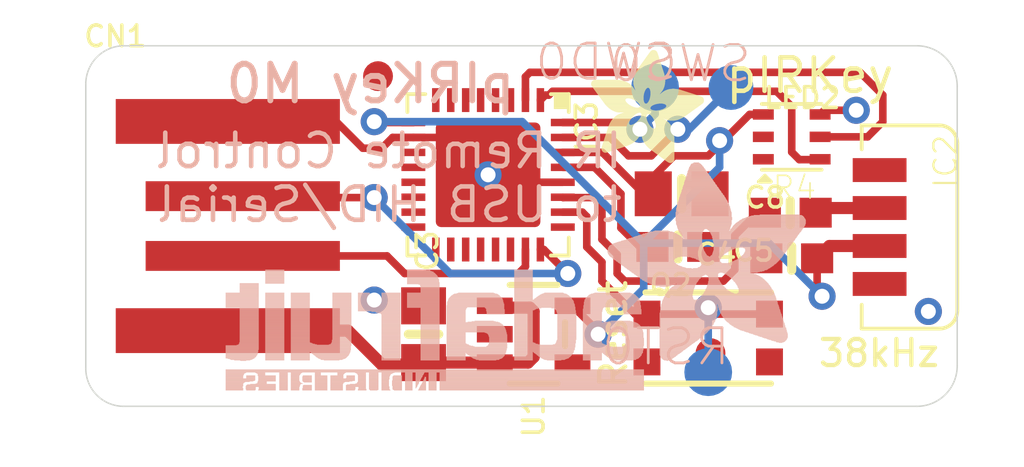
<source format=kicad_pcb>
(kicad_pcb (version 20211014) (generator pcbnew)
  (layers (0 "F.Cu" signal) (31 "B.Cu" signal) (34 "B.Paste" user) (35 "F.Paste" user) (36 "B.SilkS" user "B.Silkscreen") (37 "F.SilkS" user "F.Silkscreen") (38 "B.Mask" user) (39 "F.Mask" user) (44 "Edge.Cuts" user))
  (net 0 "")
  (net 1 "GND")
  (net 2 "D-")
  (net 3 "D+")
  (net 4 "N$5")
  (net 5 "VBUS")
  (net 6 "~{RESET}")
  (net 7 "3.3V")
  (net 8 "SWCLK")
  (net 9 "SWDIO")
  (net 10 "VDDCORE1")
  (net 11 "A3")
  (net 12 "N$9")
  (net 13 "IROUT")
  (footprint "boardEagle:0805-NO" (layer "F.Cu") (at 145.2246 108.623144 90)
    (fp_text reference "C3" (at 2.032 0.127 90) (layer "F.SilkS") (effects (font (size 0.692831 0.692831) (thickness 0.119969)) (justify left)))
    (fp_text value "10uF")
    (pad "1" smd rect (at -0.95 0 90) (size 1.24 1.5) (layers "F.Cu" "F.Paste" "F.Mask") (net 5 "VBUS"))
    (pad "2" smd rect (at 0.95 0 90) (size 1.24 1.5) (layers "F.Cu" "F.Paste" "F.Mask") (net 1 "GND"))
  )
  (footprint "boardEagle:FIDUCIAL_1MM" (layer "F.Cu") (at 143.7006 99.987144)
    (fp_text reference "FID1" hide)
    (fp_text value "FIDUCIAL_1MM" hide)
    (pad "1" smd roundrect (at 0 0) (size 1 1) (layers "F.Cu" "F.Mask") (roundrect_rratio 0.5))
  )
  (footprint "boardEagle:BTN_KMR2_4.6X2.8" (layer "F.Cu") (at 154.7496 108.750144)
    (fp_text reference "Q2" (at -2.032 -1.778) (layer "F.SilkS") (effects (font (size 0.692831 0.692831) (thickness 0.119969)) (justify left)))
    (fp_text value "reset")
    (pad "A" smd rect (at 2.05 -0.8) (size 0.9 0.9) (layers "F.Cu" "F.Paste" "F.Mask") (net 6 "~{RESET}"))
    (pad "A'" smd rect (at -2.05 -0.8) (size 0.9 0.9) (layers "F.Cu" "F.Paste" "F.Mask") (net 6 "~{RESET}"))
    (pad "B" smd rect (at 2.05 0.8) (size 0.9 0.9) (layers "F.Cu" "F.Paste" "F.Mask") (net 1 "GND"))
    (pad "B'" smd rect (at -2.05 0.8) (size 0.9 0.9) (layers "F.Cu" "F.Paste" "F.Mask") (net 1 "GND"))
  )
  (footprint "boardEagle:SOT23-5" (layer "F.Cu") (at 148.9076 108.623144 -90)
    (fp_text reference "U1" (at 1.978 0 90) (layer "F.SilkS") (effects (font (size 0.692831 0.692831) (thickness 0.119969)) (justify right)))
    (fp_text value "AP2112K-3.3")
    (pad "1" smd rect (at -0.95 1.3001 270) (size 0.55 1.2) (layers "F.Cu" "F.Paste" "F.Mask") (net 5 "VBUS"))
    (pad "2" smd rect (at 0 1.3001 270) (size 0.55 1.2) (layers "F.Cu" "F.Paste" "F.Mask") (net 1 "GND"))
    (pad "3" smd rect (at 0.95 1.3001 270) (size 0.55 1.2) (layers "F.Cu" "F.Paste" "F.Mask") (net 5 "VBUS"))
    (pad "4" smd rect (at 0.95 -1.3001 270) (size 0.55 1.2) (layers "F.Cu" "F.Paste" "F.Mask"))
    (pad "5" smd rect (at -0.95 -1.3001 270) (size 0.55 1.2) (layers "F.Cu" "F.Paste" "F.Mask") (net 7 "3.3V"))
  )
  (footprint "boardEagle:TSOP75XYY" (layer "F.Cu") (at 160.4846 105.036144 90)
    (fp_text reference "IC2" (at 1.25 2.2 90) (layer "F.SilkS") (effects (font (size 0.739648 0.739648) (thickness 0.073152)) (justify left)))
    (fp_text value "TSOP75XYY" hide)
    (pad "1" smd rect (at -1.905 0 90) (size 0.8 1.8) (layers "F.Cu" "F.Paste" "F.Mask") (net 1 "GND"))
    (pad "2" smd rect (at -0.635 0 90) (size 0.8 1.8) (layers "F.Cu" "F.Paste" "F.Mask") (net 7 "3.3V"))
    (pad "3" smd rect (at 0.635 0 90) (size 0.8 1.8) (layers "F.Cu" "F.Paste" "F.Mask") (net 4 "N$5"))
    (pad "4" smd rect (at 1.905 0 90) (size 0.8 1.8) (layers "F.Cu" "F.Paste" "F.Mask") (net 1 "GND"))
  )
  (footprint "boardEagle:FIDUCIAL_1MM" (layer "F.Cu") (at 154.8258 109.258144)
    (fp_text reference "FID2" hide)
    (fp_text value "FIDUCIAL_1MM" hide)
    (pad "1" smd roundrect (at 0 0) (size 1 1) (layers "F.Cu" "F.Mask") (roundrect_rratio 0.5))
  )
  (footprint "boardEagle:QFN32_5MM" (layer "F.Cu") (at 147.3836 103.289144 -90)
    (fp_text reference "IC3" (at -2.54 -3.298 90) (layer "F.SilkS") (effects (font (size 0.692831 0.692831) (thickness 0.119969)) (justify right)))
    (fp_text value "ATSAMD21E")
    (pad "1" smd rect (at -2.5 -1.75) (size 0.25 0.8) (layers "F.Cu" "F.Paste") (net 11 "A3"))
    (pad "2" smd rect (at -2.5 -1.25) (size 0.25 0.8) (layers "F.Cu" "F.Paste") (net 12 "N$9"))
    (pad "3" smd rect (at -2.5 -0.75) (size 0.25 0.8) (layers "F.Cu" "F.Paste"))
    (pad "4" smd rect (at -2.5 -0.25) (size 0.25 0.8) (layers "F.Cu" "F.Paste"))
    (pad "5" smd rect (at -2.5 0.25) (size 0.25 0.8) (layers "F.Cu" "F.Paste"))
    (pad "6" smd rect (at -2.5 0.75) (size 0.25 0.8) (layers "F.Cu" "F.Paste"))
    (pad "7" smd rect (at -2.5 1.25) (size 0.25 0.8) (layers "F.Cu" "F.Paste"))
    (pad "8" smd rect (at -2.5 1.75) (size 0.25 0.8) (layers "F.Cu" "F.Paste"))
    (pad "9" smd rect (at -1.75 2.5 90) (size 0.25 0.8) (layers "F.Cu" "F.Paste") (net 7 "3.3V"))
    (pad "10" smd rect (at -1.25 2.5 90) (size 0.25 0.8) (layers "F.Cu" "F.Paste") (net 1 "GND"))
    (pad "11" smd rect (at -0.75 2.5 90) (size 0.25 0.8) (layers "F.Cu" "F.Paste"))
    (pad "12" smd rect (at -0.25 2.5 90) (size 0.25 0.8) (layers "F.Cu" "F.Paste"))
    (pad "13" smd rect (at 0.25 2.5 90) (size 0.25 0.8) (layers "F.Cu" "F.Paste"))
    (pad "14" smd rect (at 0.75 2.5 90) (size 0.25 0.8) (layers "F.Cu" "F.Paste"))
    (pad "15" smd rect (at 1.25 2.5 90) (size 0.25 0.8) (layers "F.Cu" "F.Paste"))
    (pad "16" smd rect (at 1.75 2.5 90) (size 0.25 0.8) (layers "F.Cu" "F.Paste"))
    (pad "17" smd rect (at 2.5 1.75 180) (size 0.25 0.8) (layers "F.Cu" "F.Paste"))
    (pad "18" smd rect (at 2.5 1.25 180) (size 0.25 0.8) (layers "F.Cu" "F.Paste"))
    (pad "19" smd rect (at 2.5 0.75 180) (size 0.25 0.8) (layers "F.Cu" "F.Paste"))
    (pad "20" smd rect (at 2.5 0.25 180) (size 0.25 0.8) (layers "F.Cu" "F.Paste"))
    (pad "21" smd rect (at 2.5 -0.25 180) (size 0.25 0.8) (layers "F.Cu" "F.Paste"))
    (pad "22" smd rect (at 2.5 -0.75 180) (size 0.25 0.8) (layers "F.Cu" "F.Paste"))
    (pad "23" smd rect (at 2.5 -1.25 180) (size 0.25 0.8) (layers "F.Cu" "F.Paste") (net 2 "D-"))
    (pad "24" smd rect (at 2.5 -1.75 180) (size 0.25 0.8) (layers "F.Cu" "F.Paste") (net 3 "D+"))
    (pad "25" smd rect (at 1.75 -2.5 270) (size 0.25 0.8) (layers "F.Cu" "F.Paste"))
    (pad "26" smd rect (at 1.25 -2.5 270) (size 0.25 0.8) (layers "F.Cu" "F.Paste") (net 6 "~{RESET}"))
    (pad "27" smd rect (at 0.75 -2.5 270) (size 0.25 0.8) (layers "F.Cu" "F.Paste") (net 13 "IROUT"))
    (pad "28" smd rect (at 0.25 -2.5 270) (size 0.25 0.8) (layers "F.Cu" "F.Paste") (net 1 "GND"))
    (pad "29" smd rect (at -0.25 -2.5 270) (size 0.25 0.8) (layers "F.Cu" "F.Paste") (net 10 "VDDCORE1"))
    (pad "30" smd rect (at -0.75 -2.5 270) (size 0.25 0.8) (layers "F.Cu" "F.Paste") (net 7 "3.3V"))
    (pad "31" smd rect (at -1.25 -2.5 270) (size 0.25 0.8) (layers "F.Cu" "F.Paste") (net 8 "SWCLK"))
    (pad "32" smd rect (at -1.75 -2.5 270) (size 0.25 0.8) (layers "F.Cu" "F.Paste") (net 9 "SWDIO"))
    (pad "33" smd roundrect (at 0 0 270) (size 3.5 3.5) (layers "F.Cu" "F.Mask") (roundrect_rratio 0.05) (net 1 "GND"))
  )
  (footprint "boardEagle:USBA_PCB" (layer "F.Cu") (at 138.8746 105.003644)
    (fp_text reference "CN1" (at -5.08 -6.35) (layer "F.SilkS") (effects (font (size 0.692831 0.692831) (thickness 0.119969)) (justify left)))
    (fp_text value "")
    (pad "GND" smd rect (at -0.2 -3.5) (size 7.5 1.5) (layers "F.Cu" "F.Mask") (net 1 "GND"))
    (pad "USB_NEG" smd rect (at 0.3 1) (size 6.5 1) (layers "F.Cu" "F.Mask") (net 2 "D-"))
    (pad "USB_PLUS" smd rect (at 0.3 -1) (size 6.5 1) (layers "F.Cu" "F.Mask") (net 3 "D+"))
    (pad "VCC" smd rect (at -0.2 3.5) (size 7.5 1.5) (layers "F.Cu" "F.Mask") (net 5 "VBUS"))
  )
  (footprint "boardEagle:0603-NO" (layer "F.Cu") (at 153.7336 105.702144)
    (fp_text reference "C5" (at 1.778 0.127) (layer "F.SilkS") (effects (font (size 0.692831 0.692831) (thickness 0.119969)) (justify left)))
    (fp_text value "1uF")
    (pad "1" smd rect (at -0.85 0) (size 1.075 1) (layers "F.Cu" "F.Paste" "F.Mask") (net 10 "VDDCORE1"))
    (pad "2" smd rect (at 0.85 0) (size 1.075 1) (layers "F.Cu" "F.Paste" "F.Mask") (net 1 "GND"))
  )
  (footprint "boardEagle:0805-NO" (layer "F.Cu") (at 153.8606 103.924144)
    (fp_text reference "C8" (at 2.032 0.127) (layer "F.SilkS") (effects (font (size 0.692831 0.692831) (thickness 0.119969)) (justify left)))
    (fp_text value "10uF")
    (pad "1" smd rect (at -0.95 0) (size 1.24 1.5) (layers "F.Cu" "F.Paste" "F.Mask") (net 7 "3.3V"))
    (pad "2" smd rect (at 0.95 0) (size 1.24 1.5) (layers "F.Cu" "F.Paste" "F.Mask") (net 1 "GND"))
  )
  (footprint "boardEagle:0603-NO" (layer "F.Cu") (at 157.5436 106.083144 180)
    (fp_text reference "C4" (at 1.778 0.127) (layer "F.SilkS") (effects (font (size 0.692831 0.692831) (thickness 0.119969)) (justify right)))
    (fp_text value "1uF")
    (pad "1" smd rect (at -0.85 0 180) (size 1.075 1) (layers "F.Cu" "F.Paste" "F.Mask") (net 7 "3.3V"))
    (pad "2" smd rect (at 0.85 0 180) (size 1.075 1) (layers "F.Cu" "F.Paste" "F.Mask") (net 1 "GND"))
  )
  (footprint "boardEagle:APA102_2020" (layer "F.Cu") (at 157.5436 102.019144)
    (fp_text reference "LED2" (at -1 -1.3) (layer "F.SilkS") (effects (font (size 0.692831 0.692831) (thickness 0.119969)) (justify left)))
    (fp_text value "AP102-2020")
    (pad "1" smd rect (at -0.95 0.75 180) (size 0.7 0.35) (layers "F.Cu" "F.Paste" "F.Mask"))
    (pad "2" smd rect (at -0.95 0 180) (size 0.7 0.35) (layers "F.Cu" "F.Paste" "F.Mask"))
    (pad "3" smd rect (at -0.95 -0.75 180) (size 0.7 0.35) (layers "F.Cu" "F.Paste" "F.Mask") (net 7 "3.3V"))
    (pad "4" smd rect (at 0.95 -0.75 180) (size 0.7 0.35) (layers "F.Cu" "F.Paste" "F.Mask") (net 1 "GND"))
    (pad "5" smd rect (at 0.95 0 180) (size 0.7 0.35) (layers "F.Cu" "F.Paste" "F.Mask") (net 12 "N$9"))
    (pad "6" smd rect (at 0.95 0.75 180) (size 0.7 0.35) (layers "F.Cu" "F.Paste" "F.Mask") (net 11 "A3"))
  )
  (footprint "boardEagle:0603-NO" (layer "F.Cu") (at 157.4946 104.557144)
    (fp_text reference "R4" (at -0.639 -0.839) (layer "F.SilkS") (effects (font (size 0.75948 0.75948) (thickness 0.05332)) (justify left)))
    (fp_text value "2.2K")
    (pad "1" smd rect (at -0.85 0) (size 1.075 1) (layers "F.Cu" "F.Paste" "F.Mask") (net 13 "IROUT"))
    (pad "2" smd rect (at 0.85 0) (size 1.075 1) (layers "F.Cu" "F.Paste" "F.Mask") (net 4 "N$5"))
  )
  (footprint "boardEagle:ADAFRUIT_3.5MM" (layer "F.Cu") (at 150.8126 102.908144)
    (fp_text reference "U$12" hide)
    (fp_text value "" hide)
  )
  (footprint "boardEagle:ADAFRUIT_TEXT_20MM" (layer "B.Cu") (at 158.1746 110.495144 180)
    (fp_text reference "U$8" hide)
    (fp_text value "" hide)
  )
  (footprint "boardEagle:TP16R" (layer "B.Cu") (at 152.9716 100.368144 180)
    (fp_text reference "SWD0" (at -0.8001 0.8499) (layer "B.SilkS") (effects (font (size 1.176528 1.176528) (thickness 0.093472)) (justify left mirror)))
    (fp_text value "TPTP16R")
    (pad "TP" smd roundrect (at 0 0 180) (size 1.6 1.6) (layers "B.Cu" "B.Mask") (roundrect_rratio 0.5) (net 9 "SWDIO"))
  )
  (footprint "boardEagle:TP15R" (layer "B.Cu") (at 155.5116 100.368144 180)
    (fp_text reference "SWC0" (at -0.7501 0.8001) (layer "B.SilkS") (effects (font (size 1.176528 1.176528) (thickness 0.093472)) (justify left mirror)))
    (fp_text value "TPTP15R")
    (pad "TP" smd roundrect (at 0 0 180) (size 1.5 1.5) (layers "B.Cu" "B.Mask") (roundrect_rratio 0.5) (net 8 "SWCLK"))
  )
  (footprint "boardEagle:TP16R" (layer "B.Cu") (at 154.7496 109.893144 180)
    (fp_text reference "RST0" (at -0.8001 0.8499) (layer "B.SilkS") (effects (font (size 1.176528 1.176528) (thickness 0.093472)) (justify left mirror)))
    (fp_text value "TPTP16R")
    (pad "TP" smd roundrect (at 0 0 180) (size 1.6 1.6) (layers "B.Cu" "B.Mask") (roundrect_rratio 0.5) (net 6 "~{RESET}"))
  )
  (gr_arc (start 161.730518 98.971144) (mid 162.68517 99.366574) (end 163.0806 100.321226) (layer "Edge.Cuts") (width 0.05))
  (gr_line (start 161.7306 111.036144) (end 135.1916 111.036144) (layer "Edge.Cuts") (width 0.05))
  (gr_arc (start 135.1916 111.036144) (mid 134.293574 110.66417) (end 133.9216 109.766144) (layer "Edge.Cuts") (width 0.05))
  (gr_line (start 163.0806 100.321226) (end 163.0806 109.686144) (layer "Edge.Cuts") (width 0.05))
  (gr_line (start 133.9216 109.766144) (end 133.9216 100.241144) (layer "Edge.Cuts") (width 0.05))
  (gr_arc (start 133.9216 100.241144) (mid 134.308574 99.336905) (end 135.2216 98.971144) (layer "Edge.Cuts") (width 0.05))
  (gr_arc (start 163.0806 109.686144) (mid 162.685194 110.640738) (end 161.7306 111.036144) (layer "Edge.Cuts") (width 0.05))
  (gr_line (start 135.2216 98.971144) (end 161.730518 98.971144) (layer "Edge.Cuts") (width 0.05))
  (gr_text "IR Remote Control\nto USB HID/Serial" (at 151.9556 104.940144) (layer "B.SilkS") (effects (font (size 1.1176 1.1176) (thickness 0.1524)) (justify left bottom mirror)))
  (gr_text "pIRKey M0" (at 143.4466 100.241144) (layer "B.SilkS") (effects (font (size 1.223264 1.223264) (thickness 0.199136)) (justify mirror)))
  (gr_text "Reset" (at 151.5746 108.623144 90) (layer "F.SilkS") (effects (font (size 0.87376 0.87376) (thickness 0.14224))))
  (gr_text "38kHz" (at 160.4646 109.258144) (layer "F.SilkS") (effects (font (size 0.87376 0.87376) (thickness 0.14224))))
  (gr_text "pIRKey" (at 155.2576 100.622144) (layer "F.SilkS") (effects (font (size 1.1176 1.1176) (thickness 0.1524)) (justify left bottom)))
  (segment (start 143.1926 102.400144) (end 142.3036 101.511144) (width 0.254) (layer "F.Cu") (net 1))
  (segment (start 142.3036 101.511144) (end 138.6821 101.511144) (width 0.254) (layer "F.Cu") (net 1))
  (segment (start 138.6821 101.511144) (end 138.6746 101.503644) (width 0.254) (layer "F.Cu") (net 1))
  (segment (start 146.1336 102.039144) (end 147.3836 103.289144) (width 0.254) (layer "F.Cu") (net 1))
  (segment (start 147.6336 103.539144) (end 147.3836 103.289144) (width 0.254) (layer "F.Cu") (net 1))
  (segment (start 158.6326 101.130144) (end 159.7026 101.130144) (width 0.254) (layer "F.Cu") (net 1))
  (segment (start 144.8836 102.039144) (end 146.1336 102.039144) (width 0.254) (layer "F.Cu") (net 1))
  (segment (start 143.8276 102.400144) (end 143.1926 102.400144) (width 0.254) (layer "F.Cu") (net 1))
  (segment (start 149.8836 103.539144) (end 147.6336 103.539144) (width 0.254) (layer "F.Cu") (net 1))
  (segment (start 144.1886 102.039144) (end 143.8276 102.400144) (width 0.254) (layer "F.Cu") (net 1))
  (segment (start 158.4936 101.269144) (end 158.6326 101.130144) (width 0.254) (layer "F.Cu") (net 1))
  (segment (start 144.8836 102.039144) (end 144.1886 102.039144) (width 0.254) (layer "F.Cu") (net 1))
  (via (at 143.5736 107.480144) (size 0.9064) (drill 0.5) (layers "F.Cu" "B.Cu") (net 1))
  (via (at 162.1156 107.861144) (size 0.9064) (drill 0.5) (layers "F.Cu" "B.Cu") (net 1))
  (via (at 159.7026 101.130144) (size 0.9064) (drill 0.5) (layers "F.Cu" "B.Cu") (net 1))
  (via (at 147.3836 103.289144) (size 0.9064) (drill 0.5) (layers "F.Cu" "B.Cu") (net 1))
  (segment (start 144.5896 106.591144) (end 148.3996 106.591144) (width 0.254) (layer "F.Cu") (net 2))
  (segment (start 148.3996 106.591144) (end 148.6336 106.357144) (width 0.254) (layer "F.Cu") (net 2))
  (segment (start 148.6336 106.357144) (end 148.6336 105.789144) (width 0.254) (layer "F.Cu") (net 2))
  (segment (start 139.1746 106.003644) (end 144.0021 106.003644) (width 0.254) (layer "F.Cu") (net 2))
  (segment (start 144.0021 106.003644) (end 144.5896 106.591144) (width 0.254) (layer "F.Cu") (net 2))
  (segment (start 149.2486 105.789144) (end 149.1336 105.789144) (width 0.254) (layer "F.Cu") (net 3))
  (segment (start 139.2221 104.051144) (end 143.5736 104.051144) (width 0.254) (layer "F.Cu") (net 3))
  (segment (start 139.1746 104.003644) (end 139.2221 104.051144) (width 0.254) (layer "F.Cu") (net 3))
  (segment (start 150.0506 106.591144) (end 149.2486 105.789144) (width 0.254) (layer "F.Cu") (net 3))
  (via (at 150.0506 106.591144) (size 0.9064) (drill 0.5) (layers "F.Cu" "B.Cu") (net 3))
  (via (at 143.5736 104.051144) (size 0.9064) (drill 0.5) (layers "F.Cu" "B.Cu") (net 3))
  (segment (start 143.5736 104.051144) (end 146.1136 106.591144) (width 0.254) (layer "B.Cu") (net 3))
  (segment (start 146.1136 106.591144) (end 150.0506 106.591144) (width 0.254) (layer "B.Cu") (net 3))
  (segment (start 158.5006 104.401144) (end 158.3446 104.557144) (width 0.4064) (layer "F.Cu") (net 4))
  (segment (start 160.4846 104.401144) (end 158.5006 104.401144) (width 0.4064) (layer "F.Cu") (net 4))
  (segment (start 138.6746 108.503644) (end 142.6921 108.503644) (width 0.4064) (layer "F.Cu") (net 5))
  (segment (start 145.1586 109.639144) (end 145.2246 109.573144) (width 0.4064) (layer "F.Cu") (net 5))
  (segment (start 148.7196 109.573144) (end 148.9076 109.385144) (width 0.4064) (layer "F.Cu") (net 5))
  (segment (start 147.6075 109.573144) (end 148.7196 109.573144) (width 0.4064) (layer "F.Cu") (net 5))
  (segment (start 145.2246 109.573144) (end 147.6075 109.573144) (width 0.4064) (layer "F.Cu") (net 5))
  (segment (start 148.9076 107.861144) (end 148.7806 107.734144) (width 0.4064) (layer "F.Cu") (net 5))
  (segment (start 147.6685 107.734144) (end 147.6075 107.673144) (width 0.4064) (layer "F.Cu") (net 5))
  (segment (start 143.8276 109.639144) (end 145.1586 109.639144) (width 0.4064) (layer "F.Cu") (net 5))
  (segment (start 142.6921 108.503644) (end 143.8276 109.639144) (width 0.4064) (layer "F.Cu") (net 5))
  (segment (start 148.9076 109.385144) (end 148.9076 107.861144) (width 0.4064) (layer "F.Cu") (net 5))
  (segment (start 148.7806 107.734144) (end 147.6685 107.734144) (width 0.4064) (layer "F.Cu") (net 5))
  (segment (start 151.1936 106.210144) (end 151.1936 106.845144) (width 0.254) (layer "F.Cu") (net 6))
  (segment (start 150.6856 105.702144) (end 151.1936 106.210144) (width 0.254) (layer "F.Cu") (net 6))
  (segment (start 152.2986 107.950144) (end 152.6996 107.950144) (width 0.254) (layer "F.Cu") (net 6))
  (segment (start 149.8836 104.539144) (end 150.5386 104.539144) (width 0.254) (layer "F.Cu") (net 6))
  (segment (start 152.6996 107.950144) (end 154.7496 107.950144) (width 0.254) (layer "F.Cu") (net 6))
  (segment (start 154.7496 107.950144) (end 156.7996 107.950144) (width 0.254) (layer "F.Cu") (net 6))
  (segment (start 150.5386 104.539144) (end 150.6856 104.686144) (width 0.254) (layer "F.Cu") (net 6))
  (segment (start 150.6856 104.686144) (end 150.6856 105.702144) (width 0.254) (layer "F.Cu") (net 6))
  (segment (start 151.1936 106.845144) (end 152.2986 107.950144) (width 0.254) (layer "F.Cu") (net 6))
  (segment (start 154.7496 107.734144) (end 154.7496 107.950144) (width 0.254) (layer "F.Cu") (net 6))
  (via (at 154.7496 107.734144) (size 0.9064) (drill 0.5) (layers "F.Cu" "B.Cu") (net 6))
  (segment (start 154.7496 107.734144) (end 154.7496 109.893144) (width 0.254) (layer "B.Cu") (net 6))
  (segment (start 153.6066 102.654144) (end 154.7496 102.654144) (width 0.254) (layer "F.Cu") (net 7))
  (segment (start 151.2056 102.539144) (end 152.5906 103.924144) (width 0.254) (layer "F.Cu") (net 7))
  (segment (start 151.1577 108.623144) (end 151.0666 108.623144) (width 0.254) (layer "F.Cu") (net 7))
  (segment (start 156.1346 101.269144) (end 156.5936 101.269144) (width 0.254) (layer "F.Cu") (net 7))
  (segment (start 158.5596 107.353144) (end 158.3936 107.187144) (width 0.254) (layer "F.Cu") (net 7))
  (segment (start 149.8836 102.539144) (end 151.2056 102.539144) (width 0.254) (layer "F.Cu") (net 7))
  (segment (start 143.6016 101.539144) (end 143.5736 101.511144) (width 0.254) (layer "F.Cu") (net 7))
  (segment (start 160.4846 105.671144) (end 158.8056 105.671144) (width 0.4064) (layer "F.Cu") (net 7))
  (segment (start 153.6066 102.654144) (end 152.9106 103.350144) (width 0.254) (layer "F.Cu") (net 7))
  (segment (start 158.8056 105.671144) (end 158.3936 106.083144) (width 0.4064) (layer "F.Cu") (net 7))
  (segment (start 155.2576 102.146144) (end 155.1306 102.146144) (width 0.254) (layer "F.Cu") (net 7))
  (segment (start 144.8836 101.539144) (end 143.6016 101.539144) (width 0.254) (layer "F.Cu") (net 7))
  (segment (start 150.2077 107.673144) (end 151.1577 108.623144) (width 0.254) (layer "F.Cu") (net 7))
  (segment (start 158.3936 107.187144) (end 158.3936 106.083144) (width 0.254) (layer "F.Cu") (net 7))
  (segment (start 152.5906 103.924144) (end 152.9106 103.924144) (width 0.254) (layer "F.Cu") (net 7))
  (segment (start 152.9106 103.350144) (end 152.9106 103.924144) (width 0.254) (layer "F.Cu") (net 7))
  (segment (start 154.7496 102.654144) (end 155.2576 102.146144) (width 0.254) (layer "F.Cu") (net 7))
  (segment (start 155.2576 102.146144) (end 156.1346 101.269144) (width 0.254) (layer "F.Cu") (net 7))
  (via (at 143.5736 101.511144) (size 0.9064) (drill 0.5) (layers "F.Cu" "B.Cu") (net 7))
  (via (at 158.5596 107.353144) (size 0.9064) (drill 0.5) (layers "F.Cu" "B.Cu") (net 7))
  (via (at 155.1306 102.146144) (size 0.9064) (drill 0.5) (layers "F.Cu" "B.Cu") (net 7))
  (via (at 151.0666 108.623144) (size 0.9064) (drill 0.5) (layers "F.Cu" "B.Cu") (net 7))
  (segment (start 155.1306 103.035144) (end 152.5906 105.575144) (width 0.254) (layer "B.Cu") (net 7))
  (segment (start 156.7816 105.575144) (end 158.5596 107.353144) (width 0.254) (layer "B.Cu") (net 7))
  (segment (start 143.5736 101.511144) (end 148.5266 101.511144) (width 0.254) (layer "B.Cu") (net 7))
  (segment (start 148.5266 101.511144) (end 152.5906 105.575144) (width 0.254) (layer "B.Cu") (net 7))
  (segment (start 152.5906 105.575144) (end 152.5906 107.099144) (width 0.254) (layer "B.Cu") (net 7))
  (segment (start 152.5906 105.575144) (end 156.7816 105.575144) (width 0.254) (layer "B.Cu") (net 7))
  (segment (start 152.5906 107.099144) (end 151.0666 108.623144) (width 0.254) (layer "B.Cu") (net 7))
  (segment (start 155.1306 102.146144) (end 155.1306 103.035144) (width 0.254) (layer "B.Cu") (net 7))
  (segment (start 152.8446 102.654144) (end 153.7336 101.765144) (width 0.254) (layer "F.Cu") (net 8))
  (segment (start 151.4676 102.039144) (end 152.0826 102.654144) (width 0.254) (layer "F.Cu") (net 8))
  (segment (start 152.0826 102.654144) (end 152.8446 102.654144) (width 0.254) (layer "F.Cu") (net 8))
  (segment (start 149.8836 102.039144) (end 151.4676 102.039144) (width 0.254) (layer "F.Cu") (net 8))
  (via (at 153.7336 101.765144) (size 0.9064) (drill 0.5) (layers "F.Cu" "B.Cu") (net 8))
  (segment (start 155.5116 100.368144) (end 154.1146 101.765144) (width 0.254) (layer "B.Cu") (net 8))
  (segment (start 154.1146 101.765144) (end 153.7336 101.765144) (width 0.254) (layer "B.Cu") (net 8))
  (segment (start 152.2376 101.539144) (end 152.4636 101.765144) (width 0.254) (layer "F.Cu") (net 9))
  (segment (start 149.8836 101.539144) (end 152.2376 101.539144) (width 0.254) (layer "F.Cu") (net 9))
  (via (at 152.4636 101.765144) (size 0.9064) (drill 0.5) (layers "F.Cu" "B.Cu") (net 9))
  (segment (start 152.4636 101.765144) (end 152.9716 101.257144) (width 0.254) (layer "B.Cu") (net 9))
  (segment (start 152.9716 101.257144) (end 152.9716 100.368144) (width 0.254) (layer "B.Cu") (net 9))
  (segment (start 151.8286 103.924144) (end 151.8286 105.067144) (width 0.254) (layer "F.Cu") (net 10))
  (segment (start 150.9436 103.039144) (end 151.8286 103.924144) (width 0.254) (layer "F.Cu") (net 10))
  (segment (start 149.8836 103.039144) (end 150.9436 103.039144) (width 0.254) (layer "F.Cu") (net 10))
  (segment (start 152.4636 105.702144) (end 152.8836 105.702144) (width 0.254) (layer "F.Cu") (net 10))
  (segment (start 151.8286 105.067144) (end 152.4636 105.702144) (width 0.254) (layer "F.Cu") (net 10))
  (segment (start 149.1336 100.789144) (end 149.3006 100.622144) (width 0.254) (layer "F.Cu") (net 11))
  (segment (start 149.4156 100.622144) (end 149.5426 100.495144) (width 0.254) (layer "F.Cu") (net 11))
  (segment (start 149.3006 100.622144) (end 149.4156 100.622144) (width 0.254) (layer "F.Cu") (net 11))
  (segment (start 149.5426 100.495144) (end 157.0356 100.495144) (width 0.254) (layer "F.Cu") (net 11))
  (segment (start 158.4816 102.781144) (end 158.4936 102.769144) (width 0.254) (layer "F.Cu") (net 11))
  (segment (start 157.5436 102.527144) (end 157.7976 102.781144) (width 0.254) (layer "F.Cu") (net 11))
  (segment (start 157.7976 102.781144) (end 158.4816 102.781144) (width 0.254) (layer "F.Cu") (net 11))
  (segment (start 157.0356 100.495144) (end 157.5436 101.003144) (width 0.254) (layer "F.Cu") (net 11))
  (segment (start 157.5436 101.003144) (end 157.5436 102.527144) (width 0.254) (layer "F.Cu") (net 11))
  (segment (start 160.5916 100.622144) (end 159.8296 99.860144) (width 0.254) (layer "F.Cu") (net 12))
  (segment (start 160.0836 102.019144) (end 160.5916 101.511144) (width 0.254) (layer "F.Cu") (net 12))
  (segment (start 158.4936 102.019144) (end 160.0836 102.019144) (width 0.254) (layer "F.Cu") (net 12))
  (segment (start 160.5916 101.511144) (end 160.5916 100.622144) (width 0.254) (layer "F.Cu") (net 12))
  (segment (start 148.7806 99.860144) (end 159.8296 99.860144) (width 0.254) (layer "F.Cu") (net 12))
  (segment (start 148.6336 100.789144) (end 148.6336 100.007144) (width 0.254) (layer "F.Cu") (net 12))
  (segment (start 148.6336 100.007144) (end 148.7806 99.860144) (width 0.254) (layer "F.Cu") (net 12))
  (segment (start 151.9556 106.845144) (end 151.7016 106.591144) (width 0.254) (layer "F.Cu") (net 13))
  (segment (start 155.6386 106.464144) (end 155.2576 106.845144) (width 0.254) (layer "F.Cu") (net 13))
  (segment (start 150.9396 104.051144) (end 149.8956 104.051144) (width 0.254) (layer "F.Cu") (net 13))
  (segment (start 149.8956 104.051144) (end 149.8836 104.039144) (width 0.254) (layer "F.Cu") (net 13))
  (segment (start 150.9396 104.051144) (end 151.1936 104.305144) (width 0.254) (layer "F.Cu") (net 13))
  (segment (start 151.1936 105.448144) (end 151.7016 105.956144) (width 0.254) (layer "F.Cu") (net 13))
  (segment (start 156.6446 104.557144) (end 156.4026 104.557144) (width 0.254) (layer "F.Cu") (net 13))
  (segment (start 155.6386 105.321144) (end 155.6386 106.464144) (width 0.254) (layer "F.Cu") (net 13))
  (segment (start 155.2576 106.845144) (end 151.9556 106.845144) (width 0.254) (layer "F.Cu") (net 13))
  (segment (start 151.1936 104.305144) (end 151.1936 105.448144) (width 0.254) (layer "F.Cu") (net 13))
  (segment (start 156.4026 104.557144) (end 155.6386 105.321144) (width 0.254) (layer "F.Cu") (net 13))
  (segment (start 151.7016 105.956144) (end 151.7016 106.591144) (width 0.254) (layer "F.Cu") (net 13))
)
</source>
